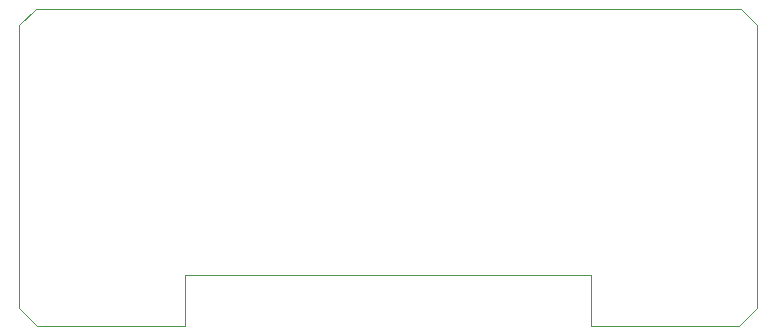
<source format=gbr>
%TF.GenerationSoftware,Altium Limited,Altium Designer,20.2.4 (192)*%
G04 Layer_Color=8388736*
%FSLAX26Y26*%
%MOIN*%
%TF.SameCoordinates,B9E39A9B-80F5-448B-9931-E6C99B6DF629*%
%TF.FilePolarity,Positive*%
%TF.FileFunction,Other,Board_Outline*%
%TF.Part,Single*%
G01*
G75*
%TA.AperFunction,NonConductor*%
%ADD56C,0.003937*%
D56*
X554134Y170276D02*
X1906496D01*
Y0D02*
Y170276D01*
X0Y61024D02*
X61024Y0D01*
X554134D01*
Y170276D01*
X1906496Y0D02*
X2399606D01*
X2460630Y61024D01*
Y1003937D01*
X2405512Y1059055D02*
X2460630Y1003937D01*
X55118Y1059055D02*
X2405512D01*
X0Y1003937D02*
X55118Y1059055D01*
X0Y923228D02*
Y1003937D01*
Y61024D02*
Y923228D01*
%TF.MD5,6e08fb81b9c1a6ca61d7f4ba5aa15811*%
M02*

</source>
